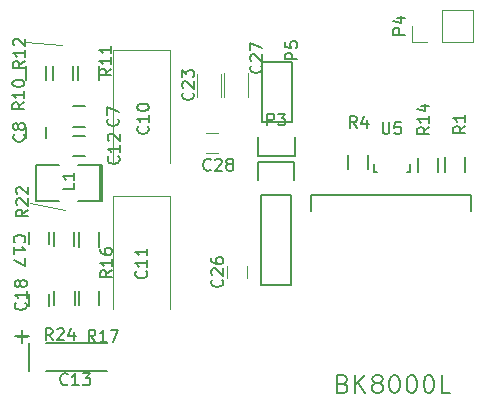
<source format=gto>
%TF.GenerationSoftware,KiCad,Pcbnew,5.99.0-unknown-c3175b4~86~ubuntu16.04.1*%
%TF.CreationDate,2019-10-16T11:56:15+02:00*%
%TF.ProjectId,atmegax8_with_bluetooth,61746d65-6761-4783-985f-776974685f62,rev?*%
%TF.SameCoordinates,Original*%
%TF.FileFunction,Legend,Top*%
%TF.FilePolarity,Positive*%
%FSLAX46Y46*%
G04 Gerber Fmt 4.6, Leading zero omitted, Abs format (unit mm)*
G04 Created by KiCad (PCBNEW 5.99.0-unknown-c3175b4~86~ubuntu16.04.1) date 2019-10-16 11:56:15*
%MOMM*%
%LPD*%
G04 APERTURE LIST*
%ADD10C,0.100000*%
%ADD11C,0.200000*%
%ADD12C,0.120000*%
%ADD13C,0.150000*%
G04 APERTURE END LIST*
D10*
X70802500Y-140081000D02*
X73787000Y-140335000D01*
X71120000Y-153733500D02*
X74041000Y-154305000D01*
D11*
X97617642Y-169055142D02*
X97835357Y-169127714D01*
X97907928Y-169200285D01*
X97980500Y-169345428D01*
X97980500Y-169563142D01*
X97907928Y-169708285D01*
X97835357Y-169780857D01*
X97690214Y-169853428D01*
X97109642Y-169853428D01*
X97109642Y-168329428D01*
X97617642Y-168329428D01*
X97762785Y-168402000D01*
X97835357Y-168474571D01*
X97907928Y-168619714D01*
X97907928Y-168764857D01*
X97835357Y-168910000D01*
X97762785Y-168982571D01*
X97617642Y-169055142D01*
X97109642Y-169055142D01*
X98633642Y-169853428D02*
X98633642Y-168329428D01*
X99504500Y-169853428D02*
X98851357Y-168982571D01*
X99504500Y-168329428D02*
X98633642Y-169200285D01*
X100375357Y-168982571D02*
X100230214Y-168910000D01*
X100157642Y-168837428D01*
X100085071Y-168692285D01*
X100085071Y-168619714D01*
X100157642Y-168474571D01*
X100230214Y-168402000D01*
X100375357Y-168329428D01*
X100665642Y-168329428D01*
X100810785Y-168402000D01*
X100883357Y-168474571D01*
X100955928Y-168619714D01*
X100955928Y-168692285D01*
X100883357Y-168837428D01*
X100810785Y-168910000D01*
X100665642Y-168982571D01*
X100375357Y-168982571D01*
X100230214Y-169055142D01*
X100157642Y-169127714D01*
X100085071Y-169272857D01*
X100085071Y-169563142D01*
X100157642Y-169708285D01*
X100230214Y-169780857D01*
X100375357Y-169853428D01*
X100665642Y-169853428D01*
X100810785Y-169780857D01*
X100883357Y-169708285D01*
X100955928Y-169563142D01*
X100955928Y-169272857D01*
X100883357Y-169127714D01*
X100810785Y-169055142D01*
X100665642Y-168982571D01*
X101899357Y-168329428D02*
X102044500Y-168329428D01*
X102189642Y-168402000D01*
X102262214Y-168474571D01*
X102334785Y-168619714D01*
X102407357Y-168910000D01*
X102407357Y-169272857D01*
X102334785Y-169563142D01*
X102262214Y-169708285D01*
X102189642Y-169780857D01*
X102044500Y-169853428D01*
X101899357Y-169853428D01*
X101754214Y-169780857D01*
X101681642Y-169708285D01*
X101609071Y-169563142D01*
X101536500Y-169272857D01*
X101536500Y-168910000D01*
X101609071Y-168619714D01*
X101681642Y-168474571D01*
X101754214Y-168402000D01*
X101899357Y-168329428D01*
X103350785Y-168329428D02*
X103495928Y-168329428D01*
X103641071Y-168402000D01*
X103713642Y-168474571D01*
X103786214Y-168619714D01*
X103858785Y-168910000D01*
X103858785Y-169272857D01*
X103786214Y-169563142D01*
X103713642Y-169708285D01*
X103641071Y-169780857D01*
X103495928Y-169853428D01*
X103350785Y-169853428D01*
X103205642Y-169780857D01*
X103133071Y-169708285D01*
X103060500Y-169563142D01*
X102987928Y-169272857D01*
X102987928Y-168910000D01*
X103060500Y-168619714D01*
X103133071Y-168474571D01*
X103205642Y-168402000D01*
X103350785Y-168329428D01*
X104802214Y-168329428D02*
X104947357Y-168329428D01*
X105092500Y-168402000D01*
X105165071Y-168474571D01*
X105237642Y-168619714D01*
X105310214Y-168910000D01*
X105310214Y-169272857D01*
X105237642Y-169563142D01*
X105165071Y-169708285D01*
X105092500Y-169780857D01*
X104947357Y-169853428D01*
X104802214Y-169853428D01*
X104657071Y-169780857D01*
X104584500Y-169708285D01*
X104511928Y-169563142D01*
X104439357Y-169272857D01*
X104439357Y-168910000D01*
X104511928Y-168619714D01*
X104584500Y-168474571D01*
X104657071Y-168402000D01*
X104802214Y-168329428D01*
X106689071Y-169853428D02*
X105963357Y-169853428D01*
X105963357Y-168329428D01*
D12*
%TO.C,C11*%
X82918000Y-153117500D02*
X82918000Y-162717500D01*
X78118000Y-153117500D02*
X78118000Y-162717500D01*
X82918000Y-153117500D02*
X78118000Y-153117500D01*
%TO.C,C10*%
X82918000Y-140798500D02*
X82918000Y-150398500D01*
X78118000Y-140798500D02*
X78118000Y-150398500D01*
X82918000Y-140798500D02*
X78118000Y-140798500D01*
D13*
%TO.C,L1*%
X77216000Y-150495000D02*
X75184000Y-150495000D01*
X77016000Y-153543000D02*
X77016000Y-150495000D01*
X75184000Y-153543000D02*
X77216000Y-153543000D01*
X71628000Y-153543000D02*
X73533000Y-153543000D01*
X71628000Y-150495000D02*
X71628000Y-153543000D01*
X73533000Y-150495000D02*
X71628000Y-150495000D01*
X77216000Y-153543000D02*
X77216000Y-150495000D01*
%TO.C,P3*%
X90678000Y-153098500D02*
X90678000Y-160718500D01*
X93218000Y-153098500D02*
X93218000Y-160718500D01*
X93498000Y-150278500D02*
X93498000Y-151828500D01*
X90678000Y-160718500D02*
X93218000Y-160718500D01*
X93218000Y-153098500D02*
X90678000Y-153098500D01*
X90398000Y-151828500D02*
X90398000Y-150278500D01*
X90398000Y-150278500D02*
X93498000Y-150278500D01*
%TO.C,U2*%
X94922440Y-153111200D02*
X94922440Y-154411200D01*
X108422440Y-153111200D02*
X94922440Y-153111200D01*
X108422440Y-154411200D02*
X108422440Y-153111200D01*
%TO.C,C13*%
X71061580Y-165615620D02*
X71061580Y-168013380D01*
X69857620Y-165016180D02*
X71056500Y-165016180D01*
X70457060Y-164515800D02*
X70457060Y-165615620D01*
X77657960Y-165615620D02*
X72456040Y-165615620D01*
X72456040Y-168013380D02*
X77657960Y-168013380D01*
%TO.C,R16*%
X75223400Y-157447540D02*
X75223400Y-156247540D01*
X76973400Y-156247540D02*
X76973400Y-157447540D01*
%TO.C,R17*%
X75225940Y-162404360D02*
X75225940Y-161204360D01*
X76975940Y-161204360D02*
X76975940Y-162404360D01*
D12*
%TO.C,C23*%
X87253000Y-144795500D02*
X87253000Y-142795500D01*
X85213000Y-142795500D02*
X85213000Y-144795500D01*
%TO.C,C27*%
X89539000Y-144763500D02*
X89539000Y-142763500D01*
X87499000Y-142763500D02*
X87499000Y-144763500D01*
D13*
%TO.C,P5*%
X93270000Y-146930000D02*
X93270000Y-141850000D01*
X93270000Y-141850000D02*
X90730000Y-141850000D01*
X90730000Y-141850000D02*
X90730000Y-146930000D01*
X90450000Y-149750000D02*
X90450000Y-148200000D01*
X90730000Y-146930000D02*
X93270000Y-146930000D01*
X93550000Y-148200000D02*
X93550000Y-149750000D01*
X93550000Y-149750000D02*
X90450000Y-149750000D01*
%TO.C,U5*%
X100448160Y-151155400D02*
X100496420Y-151155400D01*
X103247140Y-150454360D02*
X103247140Y-151155400D01*
X103247140Y-151155400D02*
X102998220Y-151155400D01*
X100448160Y-151155400D02*
X100247500Y-151155400D01*
X100247500Y-151155400D02*
X100247500Y-150454360D01*
D12*
%TO.C,P4*%
X108609440Y-140087660D02*
X108609440Y-137427660D01*
X106009440Y-140087660D02*
X108609440Y-140087660D01*
X106009440Y-137427660D02*
X108609440Y-137427660D01*
X106009440Y-140087660D02*
X106009440Y-137427660D01*
X104739440Y-140087660D02*
X103409440Y-140087660D01*
X103409440Y-140087660D02*
X103409440Y-138757660D01*
%TO.C,C28*%
X86987000Y-147803500D02*
X85987000Y-147803500D01*
X85987000Y-149503500D02*
X86987000Y-149503500D01*
D13*
%TO.C,R14*%
X105667780Y-149930560D02*
X105667780Y-151130560D01*
X103917780Y-151130560D02*
X103917780Y-149930560D01*
%TO.C,R1*%
X107963940Y-149889920D02*
X107963940Y-151089920D01*
X106213940Y-151089920D02*
X106213940Y-149889920D01*
%TO.C,R4*%
X98012280Y-150863860D02*
X98012280Y-149663860D01*
X99762280Y-149663860D02*
X99762280Y-150863860D01*
%TO.C,C12*%
X75767820Y-148113400D02*
X74767820Y-148113400D01*
X74767820Y-149813400D02*
X75767820Y-149813400D01*
%TO.C,R10*%
X70753000Y-143318800D02*
X70753000Y-142118800D01*
X72503000Y-142118800D02*
X72503000Y-143318800D01*
%TO.C,R11*%
X75205620Y-143330220D02*
X75205620Y-142130220D01*
X76955620Y-142130220D02*
X76955620Y-143330220D01*
%TO.C,R12*%
X73039000Y-143322600D02*
X73039000Y-142122600D01*
X74789000Y-142122600D02*
X74789000Y-143322600D01*
%TO.C,C17*%
X71032000Y-156226900D02*
X71032000Y-157226900D01*
X72732000Y-157226900D02*
X72732000Y-156226900D01*
%TO.C,C18*%
X72742160Y-162451680D02*
X72742160Y-161451680D01*
X71042160Y-161451680D02*
X71042160Y-162451680D01*
%TO.C,R22*%
X73102500Y-157428500D02*
X73102500Y-156228500D01*
X74852500Y-156228500D02*
X74852500Y-157428500D01*
%TO.C,R24*%
X74888060Y-161217060D02*
X74888060Y-162417060D01*
X73138060Y-162417060D02*
X73138060Y-161217060D01*
%TO.C,C7*%
X75752580Y-145578460D02*
X74752580Y-145578460D01*
X74752580Y-147278460D02*
X75752580Y-147278460D01*
%TO.C,C8*%
X70767840Y-147287360D02*
X70767840Y-148287360D01*
X72467840Y-148287360D02*
X72467840Y-147287360D01*
D12*
%TO.C,C26*%
X89450000Y-160100000D02*
X89450000Y-159100000D01*
X87750000Y-159100000D02*
X87750000Y-160100000D01*
%TO.C,C11*%
D13*
X80938642Y-159519857D02*
X80986261Y-159567476D01*
X81033880Y-159710333D01*
X81033880Y-159805571D01*
X80986261Y-159948428D01*
X80891023Y-160043666D01*
X80795785Y-160091285D01*
X80605309Y-160138904D01*
X80462452Y-160138904D01*
X80271976Y-160091285D01*
X80176738Y-160043666D01*
X80081500Y-159948428D01*
X80033880Y-159805571D01*
X80033880Y-159710333D01*
X80081500Y-159567476D01*
X80129119Y-159519857D01*
X81033880Y-158567476D02*
X81033880Y-159138904D01*
X81033880Y-158853190D02*
X80033880Y-158853190D01*
X80176738Y-158948428D01*
X80271976Y-159043666D01*
X80319595Y-159138904D01*
X81033880Y-157615095D02*
X81033880Y-158186523D01*
X81033880Y-157900809D02*
X80033880Y-157900809D01*
X80176738Y-157996047D01*
X80271976Y-158091285D01*
X80319595Y-158186523D01*
%TO.C,C10*%
X81065642Y-147264357D02*
X81113261Y-147311976D01*
X81160880Y-147454833D01*
X81160880Y-147550071D01*
X81113261Y-147692928D01*
X81018023Y-147788166D01*
X80922785Y-147835785D01*
X80732309Y-147883404D01*
X80589452Y-147883404D01*
X80398976Y-147835785D01*
X80303738Y-147788166D01*
X80208500Y-147692928D01*
X80160880Y-147550071D01*
X80160880Y-147454833D01*
X80208500Y-147311976D01*
X80256119Y-147264357D01*
X81160880Y-146311976D02*
X81160880Y-146883404D01*
X81160880Y-146597690D02*
X80160880Y-146597690D01*
X80303738Y-146692928D01*
X80398976Y-146788166D01*
X80446595Y-146883404D01*
X80160880Y-145692928D02*
X80160880Y-145597690D01*
X80208500Y-145502452D01*
X80256119Y-145454833D01*
X80351357Y-145407214D01*
X80541833Y-145359595D01*
X80779928Y-145359595D01*
X80970404Y-145407214D01*
X81065642Y-145454833D01*
X81113261Y-145502452D01*
X81160880Y-145597690D01*
X81160880Y-145692928D01*
X81113261Y-145788166D01*
X81065642Y-145835785D01*
X80970404Y-145883404D01*
X80779928Y-145931023D01*
X80541833Y-145931023D01*
X80351357Y-145883404D01*
X80256119Y-145835785D01*
X80208500Y-145788166D01*
X80160880Y-145692928D01*
%TO.C,L1*%
X74859140Y-152063746D02*
X74859140Y-152539937D01*
X73859140Y-152539937D01*
X74859140Y-151206603D02*
X74859140Y-151778032D01*
X74859140Y-151492318D02*
X73859140Y-151492318D01*
X74001998Y-151587556D01*
X74097236Y-151682794D01*
X74144855Y-151778032D01*
%TO.C,P3*%
X91209904Y-147180880D02*
X91209904Y-146180880D01*
X91590857Y-146180880D01*
X91686095Y-146228500D01*
X91733714Y-146276119D01*
X91781333Y-146371357D01*
X91781333Y-146514214D01*
X91733714Y-146609452D01*
X91686095Y-146657071D01*
X91590857Y-146704690D01*
X91209904Y-146704690D01*
X92114666Y-146180880D02*
X92733714Y-146180880D01*
X92400380Y-146561833D01*
X92543238Y-146561833D01*
X92638476Y-146609452D01*
X92686095Y-146657071D01*
X92733714Y-146752309D01*
X92733714Y-146990404D01*
X92686095Y-147085642D01*
X92638476Y-147133261D01*
X92543238Y-147180880D01*
X92257523Y-147180880D01*
X92162285Y-147133261D01*
X92114666Y-147085642D01*
%TO.C,C13*%
X74287142Y-169076642D02*
X74239523Y-169124261D01*
X74096666Y-169171880D01*
X74001428Y-169171880D01*
X73858571Y-169124261D01*
X73763333Y-169029023D01*
X73715714Y-168933785D01*
X73668095Y-168743309D01*
X73668095Y-168600452D01*
X73715714Y-168409976D01*
X73763333Y-168314738D01*
X73858571Y-168219500D01*
X74001428Y-168171880D01*
X74096666Y-168171880D01*
X74239523Y-168219500D01*
X74287142Y-168267119D01*
X75239523Y-169171880D02*
X74668095Y-169171880D01*
X74953809Y-169171880D02*
X74953809Y-168171880D01*
X74858571Y-168314738D01*
X74763333Y-168409976D01*
X74668095Y-168457595D01*
X75572857Y-168171880D02*
X76191904Y-168171880D01*
X75858571Y-168552833D01*
X76001428Y-168552833D01*
X76096666Y-168600452D01*
X76144285Y-168648071D01*
X76191904Y-168743309D01*
X76191904Y-168981404D01*
X76144285Y-169076642D01*
X76096666Y-169124261D01*
X76001428Y-169171880D01*
X75715714Y-169171880D01*
X75620476Y-169124261D01*
X75572857Y-169076642D01*
X70076107Y-165085068D02*
X70838012Y-165085068D01*
X70457060Y-165466020D02*
X70457060Y-164704116D01*
%TO.C,R16*%
X78049380Y-159456357D02*
X77573190Y-159789690D01*
X78049380Y-160027785D02*
X77049380Y-160027785D01*
X77049380Y-159646833D01*
X77097000Y-159551595D01*
X77144619Y-159503976D01*
X77239857Y-159456357D01*
X77382714Y-159456357D01*
X77477952Y-159503976D01*
X77525571Y-159551595D01*
X77573190Y-159646833D01*
X77573190Y-160027785D01*
X78049380Y-158503976D02*
X78049380Y-159075404D01*
X78049380Y-158789690D02*
X77049380Y-158789690D01*
X77192238Y-158884928D01*
X77287476Y-158980166D01*
X77335095Y-159075404D01*
X77049380Y-157646833D02*
X77049380Y-157837309D01*
X77097000Y-157932547D01*
X77144619Y-157980166D01*
X77287476Y-158075404D01*
X77477952Y-158123023D01*
X77858904Y-158123023D01*
X77954142Y-158075404D01*
X78001761Y-158027785D01*
X78049380Y-157932547D01*
X78049380Y-157742071D01*
X78001761Y-157646833D01*
X77954142Y-157599214D01*
X77858904Y-157551595D01*
X77620809Y-157551595D01*
X77525571Y-157599214D01*
X77477952Y-157646833D01*
X77430333Y-157742071D01*
X77430333Y-157932547D01*
X77477952Y-158027785D01*
X77525571Y-158075404D01*
X77620809Y-158123023D01*
%TO.C,R17*%
X76636642Y-165488880D02*
X76303309Y-165012690D01*
X76065214Y-165488880D02*
X76065214Y-164488880D01*
X76446166Y-164488880D01*
X76541404Y-164536500D01*
X76589023Y-164584119D01*
X76636642Y-164679357D01*
X76636642Y-164822214D01*
X76589023Y-164917452D01*
X76541404Y-164965071D01*
X76446166Y-165012690D01*
X76065214Y-165012690D01*
X77589023Y-165488880D02*
X77017595Y-165488880D01*
X77303309Y-165488880D02*
X77303309Y-164488880D01*
X77208071Y-164631738D01*
X77112833Y-164726976D01*
X77017595Y-164774595D01*
X77922357Y-164488880D02*
X78589023Y-164488880D01*
X78160452Y-165488880D01*
%TO.C,C23*%
X84875642Y-144406857D02*
X84923261Y-144454476D01*
X84970880Y-144597333D01*
X84970880Y-144692571D01*
X84923261Y-144835428D01*
X84828023Y-144930666D01*
X84732785Y-144978285D01*
X84542309Y-145025904D01*
X84399452Y-145025904D01*
X84208976Y-144978285D01*
X84113738Y-144930666D01*
X84018500Y-144835428D01*
X83970880Y-144692571D01*
X83970880Y-144597333D01*
X84018500Y-144454476D01*
X84066119Y-144406857D01*
X84066119Y-144025904D02*
X84018500Y-143978285D01*
X83970880Y-143883047D01*
X83970880Y-143644952D01*
X84018500Y-143549714D01*
X84066119Y-143502095D01*
X84161357Y-143454476D01*
X84256595Y-143454476D01*
X84399452Y-143502095D01*
X84970880Y-144073523D01*
X84970880Y-143454476D01*
X83970880Y-143121142D02*
X83970880Y-142502095D01*
X84351833Y-142835428D01*
X84351833Y-142692571D01*
X84399452Y-142597333D01*
X84447071Y-142549714D01*
X84542309Y-142502095D01*
X84780404Y-142502095D01*
X84875642Y-142549714D01*
X84923261Y-142597333D01*
X84970880Y-142692571D01*
X84970880Y-142978285D01*
X84923261Y-143073523D01*
X84875642Y-143121142D01*
%TO.C,C27*%
X90654142Y-142120857D02*
X90701761Y-142168476D01*
X90749380Y-142311333D01*
X90749380Y-142406571D01*
X90701761Y-142549428D01*
X90606523Y-142644666D01*
X90511285Y-142692285D01*
X90320809Y-142739904D01*
X90177952Y-142739904D01*
X89987476Y-142692285D01*
X89892238Y-142644666D01*
X89797000Y-142549428D01*
X89749380Y-142406571D01*
X89749380Y-142311333D01*
X89797000Y-142168476D01*
X89844619Y-142120857D01*
X89844619Y-141739904D02*
X89797000Y-141692285D01*
X89749380Y-141597047D01*
X89749380Y-141358952D01*
X89797000Y-141263714D01*
X89844619Y-141216095D01*
X89939857Y-141168476D01*
X90035095Y-141168476D01*
X90177952Y-141216095D01*
X90749380Y-141787523D01*
X90749380Y-141168476D01*
X89749380Y-140835142D02*
X89749380Y-140168476D01*
X90749380Y-140597047D01*
%TO.C,P5*%
X93733880Y-141581095D02*
X92733880Y-141581095D01*
X92733880Y-141200142D01*
X92781500Y-141104904D01*
X92829119Y-141057285D01*
X92924357Y-141009666D01*
X93067214Y-141009666D01*
X93162452Y-141057285D01*
X93210071Y-141104904D01*
X93257690Y-141200142D01*
X93257690Y-141581095D01*
X92733880Y-140104904D02*
X92733880Y-140581095D01*
X93210071Y-140628714D01*
X93162452Y-140581095D01*
X93114833Y-140485857D01*
X93114833Y-140247761D01*
X93162452Y-140152523D01*
X93210071Y-140104904D01*
X93305309Y-140057285D01*
X93543404Y-140057285D01*
X93638642Y-140104904D01*
X93686261Y-140152523D01*
X93733880Y-140247761D01*
X93733880Y-140485857D01*
X93686261Y-140581095D01*
X93638642Y-140628714D01*
%TO.C,U5*%
X100965095Y-146899380D02*
X100965095Y-147708904D01*
X101012714Y-147804142D01*
X101060333Y-147851761D01*
X101155571Y-147899380D01*
X101346047Y-147899380D01*
X101441285Y-147851761D01*
X101488904Y-147804142D01*
X101536523Y-147708904D01*
X101536523Y-146899380D01*
X102488904Y-146899380D02*
X102012714Y-146899380D01*
X101965095Y-147375571D01*
X102012714Y-147327952D01*
X102107952Y-147280333D01*
X102346047Y-147280333D01*
X102441285Y-147327952D01*
X102488904Y-147375571D01*
X102536523Y-147470809D01*
X102536523Y-147708904D01*
X102488904Y-147804142D01*
X102441285Y-147851761D01*
X102346047Y-147899380D01*
X102107952Y-147899380D01*
X102012714Y-147851761D01*
X101965095Y-147804142D01*
%TO.C,P4*%
X102861820Y-139495755D02*
X101861820Y-139495755D01*
X101861820Y-139114802D01*
X101909440Y-139019564D01*
X101957059Y-138971945D01*
X102052297Y-138924326D01*
X102195154Y-138924326D01*
X102290392Y-138971945D01*
X102338011Y-139019564D01*
X102385630Y-139114802D01*
X102385630Y-139495755D01*
X102195154Y-138067183D02*
X102861820Y-138067183D01*
X101814201Y-138305279D02*
X102528487Y-138543374D01*
X102528487Y-137924326D01*
%TO.C,C28*%
X86395642Y-150915642D02*
X86348023Y-150963261D01*
X86205166Y-151010880D01*
X86109928Y-151010880D01*
X85967071Y-150963261D01*
X85871833Y-150868023D01*
X85824214Y-150772785D01*
X85776595Y-150582309D01*
X85776595Y-150439452D01*
X85824214Y-150248976D01*
X85871833Y-150153738D01*
X85967071Y-150058500D01*
X86109928Y-150010880D01*
X86205166Y-150010880D01*
X86348023Y-150058500D01*
X86395642Y-150106119D01*
X86776595Y-150106119D02*
X86824214Y-150058500D01*
X86919452Y-150010880D01*
X87157547Y-150010880D01*
X87252785Y-150058500D01*
X87300404Y-150106119D01*
X87348023Y-150201357D01*
X87348023Y-150296595D01*
X87300404Y-150439452D01*
X86728976Y-151010880D01*
X87348023Y-151010880D01*
X87919452Y-150439452D02*
X87824214Y-150391833D01*
X87776595Y-150344214D01*
X87728976Y-150248976D01*
X87728976Y-150201357D01*
X87776595Y-150106119D01*
X87824214Y-150058500D01*
X87919452Y-150010880D01*
X88109928Y-150010880D01*
X88205166Y-150058500D01*
X88252785Y-150106119D01*
X88300404Y-150201357D01*
X88300404Y-150248976D01*
X88252785Y-150344214D01*
X88205166Y-150391833D01*
X88109928Y-150439452D01*
X87919452Y-150439452D01*
X87824214Y-150487071D01*
X87776595Y-150534690D01*
X87728976Y-150629928D01*
X87728976Y-150820404D01*
X87776595Y-150915642D01*
X87824214Y-150963261D01*
X87919452Y-151010880D01*
X88109928Y-151010880D01*
X88205166Y-150963261D01*
X88252785Y-150915642D01*
X88300404Y-150820404D01*
X88300404Y-150629928D01*
X88252785Y-150534690D01*
X88205166Y-150487071D01*
X88109928Y-150439452D01*
%TO.C,R14*%
X104909880Y-147327857D02*
X104433690Y-147661190D01*
X104909880Y-147899285D02*
X103909880Y-147899285D01*
X103909880Y-147518333D01*
X103957500Y-147423095D01*
X104005119Y-147375476D01*
X104100357Y-147327857D01*
X104243214Y-147327857D01*
X104338452Y-147375476D01*
X104386071Y-147423095D01*
X104433690Y-147518333D01*
X104433690Y-147899285D01*
X104909880Y-146375476D02*
X104909880Y-146946904D01*
X104909880Y-146661190D02*
X103909880Y-146661190D01*
X104052738Y-146756428D01*
X104147976Y-146851666D01*
X104195595Y-146946904D01*
X104243214Y-145518333D02*
X104909880Y-145518333D01*
X103862261Y-145756428D02*
X104576547Y-145994523D01*
X104576547Y-145375476D01*
%TO.C,R1*%
X107957880Y-147232666D02*
X107481690Y-147566000D01*
X107957880Y-147804095D02*
X106957880Y-147804095D01*
X106957880Y-147423142D01*
X107005500Y-147327904D01*
X107053119Y-147280285D01*
X107148357Y-147232666D01*
X107291214Y-147232666D01*
X107386452Y-147280285D01*
X107434071Y-147327904D01*
X107481690Y-147423142D01*
X107481690Y-147804095D01*
X107957880Y-146280285D02*
X107957880Y-146851714D01*
X107957880Y-146566000D02*
X106957880Y-146566000D01*
X107100738Y-146661238D01*
X107195976Y-146756476D01*
X107243595Y-146851714D01*
%TO.C,R4*%
X98766333Y-147391380D02*
X98433000Y-146915190D01*
X98194904Y-147391380D02*
X98194904Y-146391380D01*
X98575857Y-146391380D01*
X98671095Y-146439000D01*
X98718714Y-146486619D01*
X98766333Y-146581857D01*
X98766333Y-146724714D01*
X98718714Y-146819952D01*
X98671095Y-146867571D01*
X98575857Y-146915190D01*
X98194904Y-146915190D01*
X99623476Y-146724714D02*
X99623476Y-147391380D01*
X99385380Y-146343761D02*
X99147285Y-147058047D01*
X99766333Y-147058047D01*
%TO.C,C12*%
X78589142Y-149804357D02*
X78636761Y-149851976D01*
X78684380Y-149994833D01*
X78684380Y-150090071D01*
X78636761Y-150232928D01*
X78541523Y-150328166D01*
X78446285Y-150375785D01*
X78255809Y-150423404D01*
X78112952Y-150423404D01*
X77922476Y-150375785D01*
X77827238Y-150328166D01*
X77732000Y-150232928D01*
X77684380Y-150090071D01*
X77684380Y-149994833D01*
X77732000Y-149851976D01*
X77779619Y-149804357D01*
X78684380Y-148851976D02*
X78684380Y-149423404D01*
X78684380Y-149137690D02*
X77684380Y-149137690D01*
X77827238Y-149232928D01*
X77922476Y-149328166D01*
X77970095Y-149423404D01*
X77779619Y-148471023D02*
X77732000Y-148423404D01*
X77684380Y-148328166D01*
X77684380Y-148090071D01*
X77732000Y-147994833D01*
X77779619Y-147947214D01*
X77874857Y-147899595D01*
X77970095Y-147899595D01*
X78112952Y-147947214D01*
X78684380Y-148518642D01*
X78684380Y-147899595D01*
%TO.C,R10*%
X70619880Y-145232357D02*
X70143690Y-145565690D01*
X70619880Y-145803785D02*
X69619880Y-145803785D01*
X69619880Y-145422833D01*
X69667500Y-145327595D01*
X69715119Y-145279976D01*
X69810357Y-145232357D01*
X69953214Y-145232357D01*
X70048452Y-145279976D01*
X70096071Y-145327595D01*
X70143690Y-145422833D01*
X70143690Y-145803785D01*
X70619880Y-144279976D02*
X70619880Y-144851404D01*
X70619880Y-144565690D02*
X69619880Y-144565690D01*
X69762738Y-144660928D01*
X69857976Y-144756166D01*
X69905595Y-144851404D01*
X69619880Y-143660928D02*
X69619880Y-143565690D01*
X69667500Y-143470452D01*
X69715119Y-143422833D01*
X69810357Y-143375214D01*
X70000833Y-143327595D01*
X70238928Y-143327595D01*
X70429404Y-143375214D01*
X70524642Y-143422833D01*
X70572261Y-143470452D01*
X70619880Y-143565690D01*
X70619880Y-143660928D01*
X70572261Y-143756166D01*
X70524642Y-143803785D01*
X70429404Y-143851404D01*
X70238928Y-143899023D01*
X70000833Y-143899023D01*
X69810357Y-143851404D01*
X69715119Y-143803785D01*
X69667500Y-143756166D01*
X69619880Y-143660928D01*
%TO.C,R11*%
X77985880Y-142374857D02*
X77509690Y-142708190D01*
X77985880Y-142946285D02*
X76985880Y-142946285D01*
X76985880Y-142565333D01*
X77033500Y-142470095D01*
X77081119Y-142422476D01*
X77176357Y-142374857D01*
X77319214Y-142374857D01*
X77414452Y-142422476D01*
X77462071Y-142470095D01*
X77509690Y-142565333D01*
X77509690Y-142946285D01*
X77985880Y-141422476D02*
X77985880Y-141993904D01*
X77985880Y-141708190D02*
X76985880Y-141708190D01*
X77128738Y-141803428D01*
X77223976Y-141898666D01*
X77271595Y-141993904D01*
X77985880Y-140470095D02*
X77985880Y-141041523D01*
X77985880Y-140755809D02*
X76985880Y-140755809D01*
X77128738Y-140851047D01*
X77223976Y-140946285D01*
X77271595Y-141041523D01*
%TO.C,R12*%
X70683380Y-141739857D02*
X70207190Y-142073190D01*
X70683380Y-142311285D02*
X69683380Y-142311285D01*
X69683380Y-141930333D01*
X69731000Y-141835095D01*
X69778619Y-141787476D01*
X69873857Y-141739857D01*
X70016714Y-141739857D01*
X70111952Y-141787476D01*
X70159571Y-141835095D01*
X70207190Y-141930333D01*
X70207190Y-142311285D01*
X70683380Y-140787476D02*
X70683380Y-141358904D01*
X70683380Y-141073190D02*
X69683380Y-141073190D01*
X69826238Y-141168428D01*
X69921476Y-141263666D01*
X69969095Y-141358904D01*
X69778619Y-140406523D02*
X69731000Y-140358904D01*
X69683380Y-140263666D01*
X69683380Y-140025571D01*
X69731000Y-139930333D01*
X69778619Y-139882714D01*
X69873857Y-139835095D01*
X69969095Y-139835095D01*
X70111952Y-139882714D01*
X70683380Y-140454142D01*
X70683380Y-139835095D01*
%TO.C,C17*%
X69810357Y-157091142D02*
X69762738Y-157043523D01*
X69715119Y-156900666D01*
X69715119Y-156805428D01*
X69762738Y-156662571D01*
X69857976Y-156567333D01*
X69953214Y-156519714D01*
X70143690Y-156472095D01*
X70286547Y-156472095D01*
X70477023Y-156519714D01*
X70572261Y-156567333D01*
X70667500Y-156662571D01*
X70715119Y-156805428D01*
X70715119Y-156900666D01*
X70667500Y-157043523D01*
X70619880Y-157091142D01*
X69715119Y-158043523D02*
X69715119Y-157472095D01*
X69715119Y-157757809D02*
X70715119Y-157757809D01*
X70572261Y-157662571D01*
X70477023Y-157567333D01*
X70429404Y-157472095D01*
X70715119Y-158376857D02*
X70715119Y-159043523D01*
X69715119Y-158614952D01*
%TO.C,C18*%
X70715142Y-162186857D02*
X70762761Y-162234476D01*
X70810380Y-162377333D01*
X70810380Y-162472571D01*
X70762761Y-162615428D01*
X70667523Y-162710666D01*
X70572285Y-162758285D01*
X70381809Y-162805904D01*
X70238952Y-162805904D01*
X70048476Y-162758285D01*
X69953238Y-162710666D01*
X69858000Y-162615428D01*
X69810380Y-162472571D01*
X69810380Y-162377333D01*
X69858000Y-162234476D01*
X69905619Y-162186857D01*
X70810380Y-161234476D02*
X70810380Y-161805904D01*
X70810380Y-161520190D02*
X69810380Y-161520190D01*
X69953238Y-161615428D01*
X70048476Y-161710666D01*
X70096095Y-161805904D01*
X70238952Y-160663047D02*
X70191333Y-160758285D01*
X70143714Y-160805904D01*
X70048476Y-160853523D01*
X70000857Y-160853523D01*
X69905619Y-160805904D01*
X69858000Y-160758285D01*
X69810380Y-160663047D01*
X69810380Y-160472571D01*
X69858000Y-160377333D01*
X69905619Y-160329714D01*
X70000857Y-160282095D01*
X70048476Y-160282095D01*
X70143714Y-160329714D01*
X70191333Y-160377333D01*
X70238952Y-160472571D01*
X70238952Y-160663047D01*
X70286571Y-160758285D01*
X70334190Y-160805904D01*
X70429428Y-160853523D01*
X70619904Y-160853523D01*
X70715142Y-160805904D01*
X70762761Y-160758285D01*
X70810380Y-160663047D01*
X70810380Y-160472571D01*
X70762761Y-160377333D01*
X70715142Y-160329714D01*
X70619904Y-160282095D01*
X70429428Y-160282095D01*
X70334190Y-160329714D01*
X70286571Y-160377333D01*
X70238952Y-160472571D01*
%TO.C,R22*%
X70937380Y-154312857D02*
X70461190Y-154646190D01*
X70937380Y-154884285D02*
X69937380Y-154884285D01*
X69937380Y-154503333D01*
X69985000Y-154408095D01*
X70032619Y-154360476D01*
X70127857Y-154312857D01*
X70270714Y-154312857D01*
X70365952Y-154360476D01*
X70413571Y-154408095D01*
X70461190Y-154503333D01*
X70461190Y-154884285D01*
X70032619Y-153931904D02*
X69985000Y-153884285D01*
X69937380Y-153789047D01*
X69937380Y-153550952D01*
X69985000Y-153455714D01*
X70032619Y-153408095D01*
X70127857Y-153360476D01*
X70223095Y-153360476D01*
X70365952Y-153408095D01*
X70937380Y-153979523D01*
X70937380Y-153360476D01*
X70032619Y-152979523D02*
X69985000Y-152931904D01*
X69937380Y-152836666D01*
X69937380Y-152598571D01*
X69985000Y-152503333D01*
X70032619Y-152455714D01*
X70127857Y-152408095D01*
X70223095Y-152408095D01*
X70365952Y-152455714D01*
X70937380Y-153027142D01*
X70937380Y-152408095D01*
%TO.C,R24*%
X73017142Y-165361880D02*
X72683809Y-164885690D01*
X72445714Y-165361880D02*
X72445714Y-164361880D01*
X72826666Y-164361880D01*
X72921904Y-164409500D01*
X72969523Y-164457119D01*
X73017142Y-164552357D01*
X73017142Y-164695214D01*
X72969523Y-164790452D01*
X72921904Y-164838071D01*
X72826666Y-164885690D01*
X72445714Y-164885690D01*
X73398095Y-164457119D02*
X73445714Y-164409500D01*
X73540952Y-164361880D01*
X73779047Y-164361880D01*
X73874285Y-164409500D01*
X73921904Y-164457119D01*
X73969523Y-164552357D01*
X73969523Y-164647595D01*
X73921904Y-164790452D01*
X73350476Y-165361880D01*
X73969523Y-165361880D01*
X74826666Y-164695214D02*
X74826666Y-165361880D01*
X74588571Y-164314261D02*
X74350476Y-165028547D01*
X74969523Y-165028547D01*
%TO.C,C7*%
X78525642Y-146597666D02*
X78573261Y-146645285D01*
X78620880Y-146788142D01*
X78620880Y-146883380D01*
X78573261Y-147026238D01*
X78478023Y-147121476D01*
X78382785Y-147169095D01*
X78192309Y-147216714D01*
X78049452Y-147216714D01*
X77858976Y-147169095D01*
X77763738Y-147121476D01*
X77668500Y-147026238D01*
X77620880Y-146883380D01*
X77620880Y-146788142D01*
X77668500Y-146645285D01*
X77716119Y-146597666D01*
X77620880Y-146264333D02*
X77620880Y-145597666D01*
X78620880Y-146026238D01*
%TO.C,C8*%
X70588142Y-147931166D02*
X70635761Y-147978785D01*
X70683380Y-148121642D01*
X70683380Y-148216880D01*
X70635761Y-148359738D01*
X70540523Y-148454976D01*
X70445285Y-148502595D01*
X70254809Y-148550214D01*
X70111952Y-148550214D01*
X69921476Y-148502595D01*
X69826238Y-148454976D01*
X69731000Y-148359738D01*
X69683380Y-148216880D01*
X69683380Y-148121642D01*
X69731000Y-147978785D01*
X69778619Y-147931166D01*
X70111952Y-147359738D02*
X70064333Y-147454976D01*
X70016714Y-147502595D01*
X69921476Y-147550214D01*
X69873857Y-147550214D01*
X69778619Y-147502595D01*
X69731000Y-147454976D01*
X69683380Y-147359738D01*
X69683380Y-147169261D01*
X69731000Y-147074023D01*
X69778619Y-147026404D01*
X69873857Y-146978785D01*
X69921476Y-146978785D01*
X70016714Y-147026404D01*
X70064333Y-147074023D01*
X70111952Y-147169261D01*
X70111952Y-147359738D01*
X70159571Y-147454976D01*
X70207190Y-147502595D01*
X70302428Y-147550214D01*
X70492904Y-147550214D01*
X70588142Y-147502595D01*
X70635761Y-147454976D01*
X70683380Y-147359738D01*
X70683380Y-147169261D01*
X70635761Y-147074023D01*
X70588142Y-147026404D01*
X70492904Y-146978785D01*
X70302428Y-146978785D01*
X70207190Y-147026404D01*
X70159571Y-147074023D01*
X70111952Y-147169261D01*
%TO.C,C26*%
X87357142Y-160242857D02*
X87404761Y-160290476D01*
X87452380Y-160433333D01*
X87452380Y-160528571D01*
X87404761Y-160671428D01*
X87309523Y-160766666D01*
X87214285Y-160814285D01*
X87023809Y-160861904D01*
X86880952Y-160861904D01*
X86690476Y-160814285D01*
X86595238Y-160766666D01*
X86500000Y-160671428D01*
X86452380Y-160528571D01*
X86452380Y-160433333D01*
X86500000Y-160290476D01*
X86547619Y-160242857D01*
X86547619Y-159861904D02*
X86500000Y-159814285D01*
X86452380Y-159719047D01*
X86452380Y-159480952D01*
X86500000Y-159385714D01*
X86547619Y-159338095D01*
X86642857Y-159290476D01*
X86738095Y-159290476D01*
X86880952Y-159338095D01*
X87452380Y-159909523D01*
X87452380Y-159290476D01*
X86452380Y-158433333D02*
X86452380Y-158623809D01*
X86500000Y-158719047D01*
X86547619Y-158766666D01*
X86690476Y-158861904D01*
X86880952Y-158909523D01*
X87261904Y-158909523D01*
X87357142Y-158861904D01*
X87404761Y-158814285D01*
X87452380Y-158719047D01*
X87452380Y-158528571D01*
X87404761Y-158433333D01*
X87357142Y-158385714D01*
X87261904Y-158338095D01*
X87023809Y-158338095D01*
X86928571Y-158385714D01*
X86880952Y-158433333D01*
X86833333Y-158528571D01*
X86833333Y-158719047D01*
X86880952Y-158814285D01*
X86928571Y-158861904D01*
X87023809Y-158909523D01*
%TD*%
M02*

</source>
